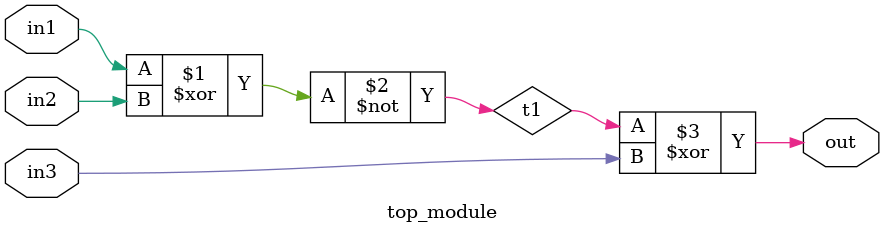
<source format=v>
module top_module (
    input in1,
    input in2,
    input in3,
    output out);
    wire t1;
    assign t1 = ~(in1^in2);
    assign out = t1 ^in3;
endmodule

</source>
